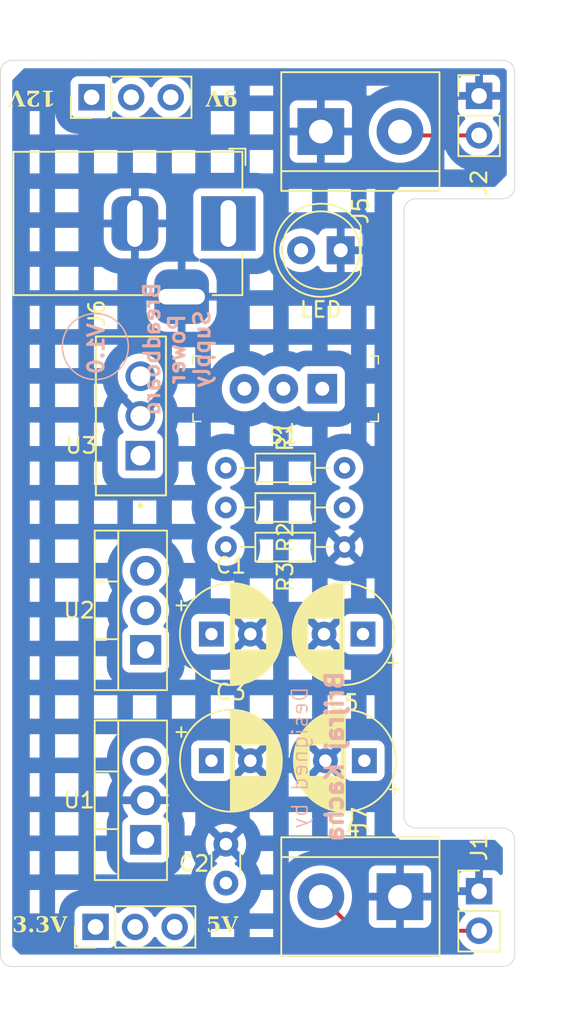
<source format=kicad_pcb>
(kicad_pcb (version 20240108) (generator "pcbnew") (generator_version "8.0")
  (title_block (title "Breadboard Power Supply") (date "2024-09-03") (rev "1"))
  (layers (0 "F.Cu" signal) (31 "B.Cu" signal) (34 "B.Paste" user) (35 "F.Paste" user) (36 "B.SilkS" user "B.Silkscreen") (37 "F.SilkS" user "F.Silkscreen") (38 "B.Mask" user) (39 "F.Mask" user) (44 "Edge.Cuts" user))
  (net 0 "")
  (net 1 "/12V")
  (net 2 "GND")
  (net 3 "/5V")
  (net 4 "/3.3V")
  (net 5 "Net-(D1-A)")
  (net 6 "/PWR_INPUT")
  (net 7 "Net-(U2-ADJ)")
  (net 9 "/PWR_OUTPUT_2")
  (net 10 "/PWR_OUTPUT_1")
  (net 11 "/9V")
  (footprint "Capacitor_THT:CP_Radial_D6.3mm_P2.50mm" (layer "F.Cu") (at 175.17238 102.616 180)
    (property "Reference" "C5" (at 1.25 -4.4 360) (layer "F.SilkS"))
    (property "Value" "47u")
    (pad "1" thru_hole rect (at 0 0 180) (size 1.6 1.6) (drill 0.8) (layers "*.Cu" "*.Mask") (net 11 "/9V"))
    (pad "2" thru_hole circle (at 2.5 0 180) (size 1.6 1.6) (drill 0.8) (layers "*.Cu" "*.Mask") (net 2 "GND"))
  )
  (footprint "LED_THT:LED_D5.0mm" (layer "F.Cu") (at 173.741 77.978 180)
    (property "Reference" "D1")
    (property "Value" "LED" (at 1.27 -3.81 360) (layer "F.SilkS"))
    (pad "1" thru_hole rect (at 0 0 180) (size 1.8 1.8) (drill 0.9) (layers "*.Cu" "*.Mask") (net 2 "GND"))
    (pad "2" thru_hole circle (at 2.54 0 180) (size 1.8 1.8) (drill 0.9) (layers "*.Cu" "*.Mask") (net 5 "Net-(D1-A)"))
  )
  (footprint "Resistor_THT:R_Axial_DIN0204_L3.6mm_D1.6mm_P7.62mm_Horizontal" (layer "F.Cu") (at 173.99 94.488 180)
    (property "Reference" "R2" (at 3.81 -1.92 90) (layer "F.SilkS"))
    (property "Value" "330")
    (pad "1" thru_hole circle (at 0 0 180) (size 1.4 1.4) (drill 0.7) (layers "*.Cu" "*.Mask") (net 7 "Net-(U2-ADJ)"))
    (pad "2" thru_hole oval (at 7.62 0 180) (size 1.4 1.4) (drill 0.7) (layers "*.Cu" "*.Mask") (net 4 "/3.3V"))
  )
  (footprint "Resistor_THT:R_Axial_DIN0204_L3.6mm_D1.6mm_P7.62mm_Horizontal" (layer "F.Cu") (at 173.99 91.948 180)
    (property "Reference" "R1" (at 3.821 2.032 90) (layer "F.SilkS"))
    (property "Value" "330")
    (pad "1" thru_hole circle (at 0 0 180) (size 1.4 1.4) (drill 0.7) (layers "*.Cu" "*.Mask") (net 5 "Net-(D1-A)"))
    (pad "2" thru_hole oval (at 7.62 0 180) (size 1.4 1.4) (drill 0.7) (layers "*.Cu" "*.Mask") (net 1 "/12V"))
  )
  (footprint "Capacitor_THT:CP_Radial_D6.3mm_P2.50mm" (layer "F.Cu") (at 165.441621 102.616)
    (property "Reference" "C1" (at 1.25 -4.4 360) (layer "F.SilkS"))
    (property "Value" "10u")
    (pad "1" thru_hole rect (at 0 0) (size 1.6 1.6) (drill 0.8) (layers "*.Cu" "*.Mask") (net 1 "/12V"))
    (pad "2" thru_hole circle (at 2.5 0) (size 1.6 1.6) (drill 0.8) (layers "*.Cu" "*.Mask") (net 2 "GND"))
  )
  (footprint "Connector_PinHeader_2.54mm:PinHeader_1x03_P2.54mm_Vertical" (layer "F.Cu") (at 157.749 68.158 90)
    (property "Reference" "J4")
    (property "Value" "Conn_01x03_Pin")
    (pad "1" thru_hole rect (at 0 0 90) (size 1.7 1.7) (drill 1) (layers "*.Cu" "*.Mask") (net 1 "/12V"))
    (pad "2" thru_hole oval (at 0 2.54 90) (size 1.7 1.7) (drill 1) (layers "*.Cu" "*.Mask") (net 10 "/PWR_OUTPUT_1"))
    (pad "3" thru_hole oval (at 0 5.08 90) (size 1.7 1.7) (drill 1) (layers "*.Cu" "*.Mask") (net 11 "/9V"))
  )
  (footprint "digikey-footprints:Switch_Slide_11.6x4mm_EG1218" (layer "F.Cu") (at 172.56 86.868 180)
    (property "Reference" "S1" (at 2.49 -3.02 360) (layer "F.SilkS"))
    (property "Value" "EG1218")
    (pad "1" thru_hole rect (at 0 0 180) (size 1.9 1.9) (drill 0.9) (layers "*.Cu" "*.Mask") (net 1 "/12V"))
    (pad "2" thru_hole circle (at 2.5 0 180) (size 1.9 1.9) (drill 0.9) (layers "*.Cu" "*.Mask") (net 6 "/PWR_INPUT"))
    (pad "3" thru_hole circle (at 5 0 180) (size 1.9 1.9) (drill 0.9) (layers "*.Cu" "*.Mask"))
  )
  (footprint "Resistor_THT:R_Axial_DIN0204_L3.6mm_D1.6mm_P7.62mm_Horizontal" (layer "F.Cu") (at 173.99 97.028 180)
    (property "Reference" "R3" (at 3.81 -1.92 90) (layer "F.SilkS"))
    (property "Value" "560")
    (pad "1" thru_hole circle (at 0 0 180) (size 1.4 1.4) (drill 0.7) (layers "*.Cu" "*.Mask") (net 2 "GND"))
    (pad "2" thru_hole oval (at 7.62 0 180) (size 1.4 1.4) (drill 0.7) (layers "*.Cu" "*.Mask") (net 7 "Net-(U2-ADJ)"))
  )
  (footprint "Connector_BarrelJack:BarrelJack_Horizontal" (layer "F.Cu") (at 166.528 76.2585)
    (property "Reference" "J6" (at -8.45 5.75 -90) (layer "F.SilkS"))
    (property "Value" "Barrel_Jack_Switch")
    (pad "1" thru_hole rect (at 0 0) (size 3.5 3.5) (drill oval 1 3) (layers "*.Cu" "*.Mask") (net 6 "/PWR_INPUT"))
    (pad "2" thru_hole roundrect (at -6 0) (size 3 3.5) (drill oval 1 3) (layers "*.Cu" "*.Mask") (net 2 "GND"))
    (pad "3" thru_hole roundrect (at -3 4.7) (size 3.5 3.5) (drill oval 3 1) (layers "*.Cu" "*.Mask") (net 2 "GND"))
  )
  (footprint "Package_TO_SOT_THT:TO-220-3_Vertical" (layer "F.Cu") (at 161.219 115.824 90)
    (property "Reference" "U1" (at 2.54 -4.27 360) (layer "F.SilkS"))
    (property "Value" "LM7805_TO220")
    (pad "1" thru_hole rect (at 0 0 90) (size 1.905 2) (drill 1.1) (layers "*.Cu" "*.Mask") (net 1 "/12V"))
    (pad "2" thru_hole oval (at 2.54 0 90) (size 1.905 2) (drill 1.1) (layers "*.Cu" "*.Mask") (net 2 "GND"))
    (pad "3" thru_hole oval (at 5.08 0 90) (size 1.905 2) (drill 1.1) (layers "*.Cu" "*.Mask") (net 3 "/5V"))
  )
  (footprint "Connector_PinHeader_2.54mm:PinHeader_1x02_P2.54mm_Vertical" (layer "F.Cu") (at 182.626 68.067)
    (property "Reference" "J2" (at 0 5.593 90) (layer "F.SilkS"))
    (property "Value" "Conn_01x02_Pin")
    (pad "1" thru_hole rect (at 0 0) (size 1.7 1.7) (drill 1) (layers "*.Cu" "*.Mask") (net 2 "GND"))
    (pad "2" thru_hole oval (at 0 2.54) (size 1.7 1.7) (drill 1) (layers "*.Cu" "*.Mask") (net 10 "/PWR_OUTPUT_1"))
  )
  (footprint "Connector_PinHeader_2.54mm:PinHeader_1x02_P2.54mm_Vertical" (layer "F.Cu") (at 182.626 119.12)
    (property "Reference" "J1" (at 0 -2.788 270) (layer "F.SilkS"))
    (property "Value" "Conn_01x02_Pin")
    (pad "1" thru_hole rect (at 0 0) (size 1.7 1.7) (drill 1) (layers "*.Cu" "*.Mask") (net 2 "GND"))
    (pad "2" thru_hole oval (at 0 2.54) (size 1.7 1.7) (drill 1) (layers "*.Cu" "*.Mask") (net 9 "/PWR_OUTPUT_2"))
  )
  (footprint "Connector_PinHeader_2.54mm:PinHeader_1x03_P2.54mm_Vertical" (layer "F.Cu") (at 158.003 121.412 90)
    (property "Reference" "J3")
    (property "Value" "Conn_01x03_Pin")
    (pad "1" thru_hole rect (at 0 0 90) (size 1.7 1.7) (drill 1) (layers "*.Cu" "*.Mask") (net 4 "/3.3V"))
    (pad "2" thru_hole oval (at 0 2.54 90) (size 1.7 1.7) (drill 1) (layers "*.Cu" "*.Mask") (net 9 "/PWR_OUTPUT_2"))
    (pad "3" thru_hole oval (at 0 5.08 90) (size 1.7 1.7) (drill 1) (layers "*.Cu" "*.Mask") (net 3 "/5V"))
  )
  (footprint "TerminalBlock:TerminalBlock_bornier-2_P5.08mm" (layer "F.Cu") (at 172.466 70.358)
    (property "Reference" "J5" (at 2.54 5.08 90) (layer "F.SilkS"))
    (property "Value" "Screw_Terminal_01x02")
    (pad "1" thru_hole rect (at 0 0) (size 3 3) (drill 1.52) (layers "*.Cu" "*.Mask") (net 2 "GND"))
    (pad "2" thru_hole circle (at 5.08 0) (size 3 3) (drill 1.52) (layers "*.Cu" "*.Mask") (net 10 "/PWR_OUTPUT_1"))
  )
  (footprint "Capacitor_THT:CP_Radial_D6.3mm_P2.50mm" (layer "F.Cu") (at 165.441621 110.744)
    (property "Reference" "C3" (at 1.25 -4.4 0) (layer "F.SilkS"))
    (property "Value" "1u")
    (pad "1" thru_hole rect (at 0 0) (size 1.6 1.6) (drill 0.8) (layers "*.Cu" "*.Mask") (net 4 "/3.3V"))
    (pad "2" thru_hole circle (at 2.5 0) (size 1.6 1.6) (drill 0.8) (layers "*.Cu" "*.Mask") (net 2 "GND"))
  )
  (footprint "Package_TO_SOT_THT:TO-220-3_Vertical" (layer "F.Cu") (at 161.219 103.632 90)
    (property "Reference" "U2" (at 2.54 -4.27 360) (layer "F.SilkS"))
    (property "Value" "LM317_TO-220")
    (pad "1" thru_hole rect (at 0 0 90) (size 1.905 2) (drill 1.1) (layers "*.Cu" "*.Mask") (net 7 "Net-(U2-ADJ)"))
    (pad "2" thru_hole oval (at 2.54 0 90) (size 1.905 2) (drill 1.1) (layers "*.Cu" "*.Mask") (net 4 "/3.3V"))
    (pad "3" thru_hole oval (at 5.08 0 90) (size 1.905 2) (drill 1.1) (layers "*.Cu" "*.Mask") (net 1 "/12V"))
  )
  (footprint "L7809CV:TO255P1020X450X1968-3B" (layer "F.Cu") (at 160.879 88.6125 90)
    (property "Reference" "U3" (at -1.905 -3.81 180) (layer "F.SilkS"))
    (property "Value" "L7809")
    (pad "1" thru_hole rect (at -2.55 0 90) (size 1.905 1.905) (drill 1.27) (layers "*.Cu" "*.Mask") (net 1 "/12V"))
    (pad "2" thru_hole circle (at 0 0 90) (size 1.905 1.905) (drill 1.27) (layers "*.Cu" "*.Mask") (net 2 "GND"))
    (pad "3" thru_hole circle (at 2.55 0 90) (size 1.905 1.905) (drill 1.27) (layers "*.Cu" "*.Mask") (net 11 "/9V"))
  )
  (footprint "Capacitor_THT:C_Disc_D3.0mm_W1.6mm_P2.50mm" (layer "F.Cu") (at 166.37 118.598 90)
    (property "Reference" "C2" (at 1.25 -2.05 360) (layer "F.SilkS"))
    (property "Value" "0.1u")
    (pad "1" thru_hole circle (at 0 0 90) (size 1.6 1.6) (drill 0.8) (layers "*.Cu" "*.Mask") (net 3 "/5V"))
    (pad "2" thru_hole circle (at 2.5 0 90) (size 1.6 1.6) (drill 0.8) (layers "*.Cu" "*.Mask") (net 2 "GND"))
  )
  (footprint "Capacitor_THT:CP_Radial_D6.3mm_P2.50mm" (layer "F.Cu") (at 175.26 110.744 180)
    (property "Reference" "C4" (at 1.25 -4.4 360) (layer "F.SilkS"))
    (property "Value" "220u")
    (pad "1" thru_hole rect (at 0 0 180) (size 1.6 1.6) (drill 0.8) (layers "*.Cu" "*.Mask") (net 1 "/12V"))
    (pad "2" thru_hole circle (at 2.5 0 180) (size 1.6 1.6) (drill 0.8) (layers "*.Cu" "*.Mask") (net 2 "GND"))
  )
  (footprint "TerminalBlock:TerminalBlock_bornier-2_P5.08mm" (layer "F.Cu") (at 177.546 119.47 180)
    (property "Reference" "J7" (at 2.54 4.916 90) (layer "F.SilkS"))
    (property "Value" "Screw_Terminal_01x02")
    (pad "1" thru_hole rect (at 0 0 180) (size 3 3) (drill 1.52) (layers "*.Cu" "*.Mask") (net 2 "GND"))
    (pad "2" thru_hole circle (at 5.08 0 180) (size 3 3) (drill 1.52) (layers "*.Cu" "*.Mask") (net 9 "/PWR_OUTPUT_2"))
  )
  (gr_circle (center 157.988 84.159519) (end 155.870481 84.159519) (stroke (width 0.1)) (fill none) (layer "B.SilkS"))
  (gr_line (start 177.8 114.3) (end 177.8 79.121) (stroke (width 0.05)) (layer "Edge.Cuts"))
  (gr_arc (start 151.892 66.548) (mid 152.115185 66.009185) (end 152.654 65.786) (stroke (width 0.05)) (layer "Edge.Cuts"))
  (gr_line (start 184.912 73.914) (end 184.912 72.898) (stroke (width 0.05)) (layer "Edge.Cuts"))
  (gr_line (start 184.912 116.84) (end 184.912 115.824) (stroke (width 0.05)) (layer "Edge.Cuts"))
  (gr_arc (start 184.912 73.914) (mid 184.688815 74.452815) (end 184.15 74.676) (stroke (width 0.05)) (layer "Edge.Cuts"))
  (gr_line (start 157.988 65.786) (end 152.654 65.786) (stroke (width 0.05)) (layer "Edge.Cuts"))
  (gr_arc (start 184.912 123.19) (mid 184.688815 123.728815) (end 184.15 123.952) (stroke (width 0.05)) (layer "Edge.Cuts"))
  (gr_line (start 184.912 123.19) (end 184.912 116.84) (stroke (width 0.05)) (layer "Edge.Cuts"))
  (gr_arc (start 184.15 65.786) (mid 184.688815 66.009185) (end 184.912 66.548) (stroke (width 0.05)) (layer "Edge.Cuts"))
  (gr_arc (start 184.15 115.062) (mid 184.688815 115.285185) (end 184.912 115.824) (stroke (width 0.05)) (layer "Edge.Cuts"))
  (gr_line (start 180.594 74.676) (end 184.15 74.676) (stroke (width 0.05)) (layer "Edge.Cuts"))
  (gr_line (start 152.654 123.952) (end 184.15 123.952) (stroke (width 0.05)) (layer "Edge.Cuts"))
  (gr_line (start 177.8 79.121) (end 177.8 75.438) (stroke (width 0.05)) (layer "Edge.Cuts"))
  (gr_line (start 184.15 65.786) (end 157.988 65.786) (stroke (width 0.05)) (layer "Edge.Cuts"))
  (gr_arc (start 178.562 115.062) (mid 178.023185 114.838815) (end 177.8 114.3) (stroke (width 0.05)) (layer "Edge.Cuts"))
  (gr_line (start 178.562 74.676) (end 180.594 74.676) (stroke (width 0.05)) (layer "Edge.Cuts"))
  (gr_line (start 151.892 66.548) (end 151.892 123.19) (stroke (width 0.05)) (layer "Edge.Cuts"))
  (gr_line (start 180.848 115.062) (end 178.562 115.062) (stroke (width 0.05)) (layer "Edge.Cuts"))
  (gr_line (start 184.15 115.062) (end 180.848 115.062) (stroke (width 0.05)) (layer "Edge.Cuts"))
  (gr_arc (start 177.8 75.438) (mid 178.023185 74.899185) (end 178.562 74.676) (stroke (width 0.05)) (layer "Edge.Cuts"))
  (gr_arc (start 152.654 123.952) (mid 152.115185 123.728815) (end 151.892 123.19) (stroke (width 0.05)) (layer "Edge.Cuts"))
  (gr_line (start 184.912 66.548) (end 184.912 72.898) (stroke (width 0.05)) (layer "Edge.Cuts"))
  (gr_text "Brijraj Kacha" (at 173.99 110.49 90) (layer "B.SilkS") (effects (font (size 1.1 1.1) (thickness 0.25) (bold yes)) (justify bottom mirror)))
  (gr_text "Designed by" (at 171.704 105.918 90) (layer "B.SilkS") (effects (font (size 1 1) (thickness 0.1)) (justify left bottom mirror)))
  (gr_text "Breadboard\nPower\nSupply" (at 161.036 84.328 90) (layer "B.SilkS") (effects (font (size 1 1) (thickness 0.2) (bold yes)) (justify top mirror)))
  (gr_text "V1.0" (at 158.622721 82.55 90) (layer "B.SilkS") (effects (font (size 1 1) (thickness 0.2) (bold yes)) (justify left bottom mirror)))
  (gr_text "12V" (at 155.448 67.564 180) (layer "F.SilkS") (effects (font (size 1 1) (thickness 0.2) (bold yes)) (justify left bottom)))
  (gr_text "5V" (at 165.1 121.92 0) (layer "F.SilkS") (effects (font (size 1 1) (thickness 0.2) (bold yes)) (justify left bottom)))
  (gr_text "9V" (at 167.132 67.564 180) (layer "F.SilkS") (effects (font (size 1 1) (thickness 0.2) (bold yes)) (justify left bottom)))
  (gr_text "3.3V" (at 152.654 121.92 0) (layer "F.SilkS") (effects (font (size 1 1) (thickness 0.2) (bold yes)) (justify left bottom)))
  (segment (start 172.466 70.612) (end 172.466 70.358) (width 0.25) (layer "F.Cu") (net 2))
  (segment (start 177.546 119.47) (end 178.652 119.47) (width 0.25) (layer "F.Cu") (net 2))
  (segment (start 174.656 121.66) (end 172.466 119.47) (width 0.25) (layer "F.Cu") (net 9))
  (segment (start 182.626 121.66) (end 174.656 121.66) (width 0.25) (layer "F.Cu") (net 9))
  (segment (start 177.886 70.607) (end 177.546 70.267) (width 0.25) (layer "F.Cu") (net 10))
  (segment (start 177.795 70.607) (end 177.546 70.358) (width 0.25) (layer "F.Cu") (net 10))
  (segment (start 182.626 70.607) (end 177.795 70.607) (width 0.25) (layer "F.Cu") (net 10))
  (zone (net 2) (net_name "GND") (layer "B.Cu") (connect_pads (clearance 0.5)) (min_thickness 0.25) (fill yes (mode hatch) (thermal_gap 0.5) (thermal_bridge_width 0.5) (hatch_thickness 1) (hatch_gap 1.5) (hatch_orientation 0) (hatch_border_algorithm hatch_thickness) (hatch_min_hole_area 0.3))
    (polygon (pts (xy 184.404 66.294) (xy 153.416 66.294) (xy 152.654 67.056) (xy 152.654 122.682) (xy 153.162 123.19) (xy 183.642 123.19) (xy 184.15 122.682) (xy 184.15 116.332) (xy 183.642 115.824) (xy 177.546 115.824) (xy 177.038 115.316) (xy 177.038 74.422) (xy 177.546 73.914) (xy 183.642 73.914) (xy 184.404 73.152)))
  )
)
</source>
